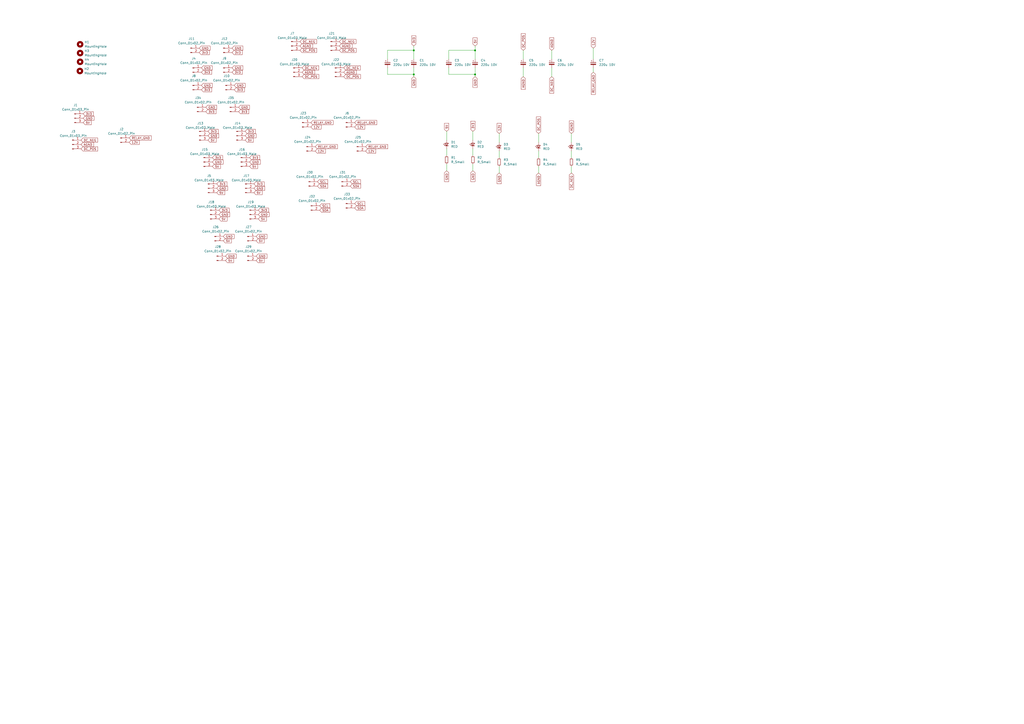
<source format=kicad_sch>
(kicad_sch (version 20231120) (generator "eeschema") (generator_version "8.0")
  (paper "A2")
  (lib_symbols
    (symbol "Connector:Conn_01x02_Pin" (pin_names (offset 1.016) hide)
      (property "Reference" "J" (at 0 2.54 0))
      (property "Value" "Conn_01x02_Pin" (at 0 -5.08 0))
      (symbol "Conn_01x02_Pin_1_1"
        (polyline (pts (xy 1.27 -2.54) (xy 0.8636 -2.54)) (stroke (width 0.1524)))
        (polyline (pts (xy 1.27 0) (xy 0.8636 0)) (stroke (width 0.1524)))
        (rectangle (start 0.8636 -2.413) (end 0 -2.667) (stroke (width 0.1524)) (fill (type outline)))
        (rectangle (start 0.8636 0.127) (end 0 -0.127) (stroke (width 0.1524)) (fill (type outline)))
        (pin passive line (at 5.08 0 180) (length 3.81) (name "Pin_1") (number "1"))
        (pin passive line (at 5.08 -2.54 180) (length 3.81) (name "Pin_2") (number "2"))
      )
    )
    (symbol "Connector:Conn_01x03_Male" (pin_names (offset 1.016) hide)
      (property "Reference" "J" (at 0 5.08 0))
      (property "Value" "Conn_01x03_Male" (at 0 -5.08 0))
      (symbol "Conn_01x03_Male_1_1"
        (polyline (pts (xy 1.27 -2.54) (xy 0.8636 -2.54)) (stroke (width 0.1524)))
        (polyline (pts (xy 1.27 0) (xy 0.8636 0)) (stroke (width 0.1524)))
        (polyline (pts (xy 1.27 2.54) (xy 0.8636 2.54)) (stroke (width 0.1524)))
        (rectangle (start 0.8636 -2.413) (end 0 -2.667) (stroke (width 0.1524)) (fill (type outline)))
        (rectangle (start 0.8636 0.127) (end 0 -0.127) (stroke (width 0.1524)) (fill (type outline)))
        (rectangle (start 0.8636 2.667) (end 0 2.413) (stroke (width 0.1524)) (fill (type outline)))
        (pin passive line (at 5.08 2.54 180) (length 3.81) (name "Pin_1") (number "1"))
        (pin passive line (at 5.08 0 180) (length 3.81) (name "Pin_2") (number "2"))
        (pin passive line (at 5.08 -2.54 180) (length 3.81) (name "Pin_3") (number "3"))
      )
    )
    (symbol "Connector:Conn_01x03_Pin" (pin_names (offset 1.016) hide)
      (property "Reference" "J" (at 0 5.08 0))
      (property "Value" "Conn_01x03_Pin" (at 0 -5.08 0))
      (symbol "Conn_01x03_Pin_1_1"
        (polyline (pts (xy 1.27 -2.54) (xy 0.8636 -2.54)) (stroke (width 0.1524)))
        (polyline (pts (xy 1.27 0) (xy 0.8636 0)) (stroke (width 0.1524)))
        (polyline (pts (xy 1.27 2.54) (xy 0.8636 2.54)) (stroke (width 0.1524)))
        (rectangle (start 0.8636 -2.413) (end 0 -2.667) (stroke (width 0.1524)) (fill (type outline)))
        (rectangle (start 0.8636 0.127) (end 0 -0.127) (stroke (width 0.1524)) (fill (type outline)))
        (rectangle (start 0.8636 2.667) (end 0 2.413) (stroke (width 0.1524)) (fill (type outline)))
        (pin passive line (at 5.08 2.54 180) (length 3.81) (name "Pin_1") (number "1"))
        (pin passive line (at 5.08 0 180) (length 3.81) (name "Pin_2") (number "2"))
        (pin passive line (at 5.08 -2.54 180) (length 3.81) (name "Pin_3") (number "3"))
      )
    )
    (symbol "Device:C_Polarized_Small" (pin_numbers hide) (pin_names (offset 0.254) hide)
      (property "Reference" "C" (at 0.254 1.778 0))
      (property "Value" "C_Polarized_Small" (at 0.254 -2.032 0))
      (symbol "C_Polarized_Small_0_1"
        (rectangle (start -1.524 -0.3048) (end 1.524 -0.6858) (fill (type outline)))
        (rectangle (start -1.524 0.6858) (end 1.524 0.3048))
        (polyline (pts (xy -1.27 1.524) (xy -0.762 1.524)))
        (polyline (pts (xy -1.016 1.27) (xy -1.016 1.778)))
      )
      (symbol "C_Polarized_Small_1_1"
        (pin passive line (at 0 2.54 270) (length 1.8542) (name "~") (number "1"))
        (pin passive line (at 0 -2.54 90) (length 1.8542) (name "~") (number "2"))
      )
    )
    (symbol "Device:LED_Small" (pin_numbers hide) (pin_names (offset 0.254) hide)
      (property "Reference" "D" (at -1.27 3.175 0))
      (property "Value" "LED_Small" (at -4.445 -2.54 0))
      (symbol "LED_Small_0_1"
        (polyline (pts (xy -0.762 -1.016) (xy -0.762 1.016)) (stroke (width 0.254)))
        (polyline (pts (xy 1.016 0) (xy -0.762 0)))
        (polyline (pts (xy 0.762 -1.016) (xy -0.762 0) (xy 0.762 1.016) (xy 0.762 -1.016)) (stroke (width 0.254)))
        (polyline (pts (xy 0 0.762) (xy -0.508 1.27) (xy -0.254 1.27) (xy -0.508 1.27) (xy -0.508 1.016)))
        (polyline (pts (xy 0.508 1.27) (xy 0 1.778) (xy 0.254 1.778) (xy 0 1.778) (xy 0 1.524)))
      )
      (symbol "LED_Small_1_1"
        (pin passive line (at -2.54 0 0) (length 1.778) (name "K") (number "1"))
        (pin passive line (at 2.54 0 180) (length 1.778) (name "A") (number "2"))
      )
    )
    (symbol "Device:R_Small" (pin_numbers hide) (pin_names (offset 0.254) hide)
      (property "Reference" "R" (at 0.762 0.508 0))
      (property "Value" "R_Small" (at 0.762 -1.016 0))
      (symbol "R_Small_0_1"
        (rectangle (start -0.762 1.778) (end 0.762 -1.778) (stroke (width 0.2032)))
      )
      (symbol "R_Small_1_1"
        (pin passive line (at 0 2.54 270) (length 0.762) (name "~") (number "1"))
        (pin passive line (at 0 -2.54 90) (length 0.762) (name "~") (number "2"))
      )
    )
    (symbol "Mechanical:MountingHole" (pin_names (offset 1.016))
      (property "Reference" "H" (at 0 5.08 0))
      (property "Value" "MountingHole" (at 0 3.175 0))
      (symbol "MountingHole_0_1"
        (circle (center 0 0) (radius 1.27) (stroke (width 1.27)))
      )
    )
  )
  (junction (at 275.59 43.18))
  (junction (at 240.03 29.21))
  (junction (at 240.03 43.18))
  (junction (at 275.59 29.21))
  (wire (pts (xy 331.47 77.47) (xy 331.47 82.55)))
  (wire (pts (xy 224.79 34.29) (xy 224.79 29.21)))
  (wire (pts (xy 274.32 99.06) (xy 274.32 95.25)))
  (wire (pts (xy 224.79 39.37) (xy 224.79 43.18)))
  (wire (pts (xy 320.04 29.21) (xy 320.04 34.29)))
  (wire (pts (xy 344.17 41.91) (xy 344.17 39.37)))
  (wire (pts (xy 289.56 77.47) (xy 289.56 82.55)))
  (wire (pts (xy 312.42 100.33) (xy 312.42 96.52)))
  (wire (pts (xy 259.08 76.2) (xy 259.08 81.28)))
  (wire (pts (xy 320.04 44.45) (xy 320.04 39.37)))
  (wire (pts (xy 275.59 26.67) (xy 275.59 29.21)))
  (wire (pts (xy 240.03 43.18) (xy 240.03 39.37)))
  (wire (pts (xy 331.47 91.44) (xy 331.47 87.63)))
  (wire (pts (xy 331.47 100.33) (xy 331.47 96.52)))
  (wire (pts (xy 289.56 100.33) (xy 289.56 96.52)))
  (wire (pts (xy 240.03 29.21) (xy 240.03 34.29)))
  (wire (pts (xy 275.59 44.45) (xy 275.59 43.18)))
  (wire (pts (xy 240.03 26.67) (xy 240.03 29.21)))
  (wire (pts (xy 260.35 39.37) (xy 260.35 43.18)))
  (wire (pts (xy 240.03 44.45) (xy 240.03 43.18)))
  (wire (pts (xy 260.35 43.18) (xy 275.59 43.18)))
  (wire (pts (xy 289.56 91.44) (xy 289.56 87.63)))
  (wire (pts (xy 312.42 77.47) (xy 312.42 82.55)))
  (wire (pts (xy 224.79 29.21) (xy 240.03 29.21)))
  (wire (pts (xy 260.35 34.29) (xy 260.35 29.21)))
  (wire (pts (xy 259.08 99.06) (xy 259.08 95.25)))
  (wire (pts (xy 312.42 91.44) (xy 312.42 87.63)))
  (wire (pts (xy 344.17 27.94) (xy 344.17 34.29)))
  (wire (pts (xy 274.32 90.17) (xy 274.32 86.36)))
  (wire (pts (xy 303.53 29.21) (xy 303.53 34.29)))
  (wire (pts (xy 275.59 43.18) (xy 275.59 39.37)))
  (wire (pts (xy 303.53 44.45) (xy 303.53 39.37)))
  (wire (pts (xy 275.59 29.21) (xy 275.59 34.29)))
  (wire (pts (xy 274.32 76.2) (xy 274.32 81.28)))
  (wire (pts (xy 260.35 29.21) (xy 275.59 29.21)))
  (wire (pts (xy 224.79 43.18) (xy 240.03 43.18)))
  (wire (pts (xy 259.08 90.17) (xy 259.08 86.36)))
  (global_label "DC_POS" (shape input) (at 303.53 29.21 90) (property "Intersheetrefs" "${INTERSHEET_REFS}" (effects (hide yes))))
  (global_label "GND" (shape input) (at 130.81 148.59 0) (property "Intersheetrefs" "${INTERSHEET_REFS}" (effects (hide yes))))
  (global_label "GND" (shape input) (at 148.59 148.59 0) (property "Intersheetrefs" "${INTERSHEET_REFS}" (effects (hide yes))))
  (global_label "DC_NEG" (shape input) (at 320.04 44.45 270) (property "Intersheetrefs" "${INTERSHEET_REFS}" (effects (hide yes))))
  (global_label "3V3" (shape input) (at 134.62 30.48 0) (property "Intersheetrefs" "${INTERSHEET_REFS}" (effects (hide yes))))
  (global_label "GND" (shape input) (at 134.62 39.37 0) (property "Intersheetrefs" "${INTERSHEET_REFS}" (effects (hide yes))))
  (global_label "RELAY_GND" (shape input) (at 180.34 71.12 0) (property "Intersheetrefs" "${INTERSHEET_REFS}" (effects (hide yes))))
  (global_label "GND" (shape input) (at 135.89 49.53 0) (property "Intersheetrefs" "${INTERSHEET_REFS}" (effects (hide yes))))
  (global_label "AGND" (shape input) (at 175.26 41.91 0) (property "Intersheetrefs" "${INTERSHEET_REFS}" (effects (hide yes))))
  (global_label "GND" (shape input) (at 48.26 68.58 0) (property "Intersheetrefs" "${INTERSHEET_REFS}" (effects (hide yes))))
  (global_label "5V" (shape input) (at 125.73 111.76 0) (property "Intersheetrefs" "${INTERSHEET_REFS}" (effects (hide yes))))
  (global_label "DC_POS" (shape input) (at 199.39 44.45 0) (property "Intersheetrefs" "${INTERSHEET_REFS}" (effects (hide yes))))
  (global_label "12V" (shape input) (at 289.56 77.47 90) (property "Intersheetrefs" "${INTERSHEET_REFS}" (effects (hide yes))))
  (global_label "3V3" (shape input) (at 116.84 41.91 0) (property "Intersheetrefs" "${INTERSHEET_REFS}" (effects (hide yes))))
  (global_label "5V" (shape input) (at 123.19 96.52 0) (property "Intersheetrefs" "${INTERSHEET_REFS}" (effects (hide yes))))
  (global_label "12V" (shape input) (at 180.34 73.66 0) (property "Intersheetrefs" "${INTERSHEET_REFS}" (effects (hide yes))))
  (global_label "DC_POS" (shape input) (at 46.99 86.36 0) (property "Intersheetrefs" "${INTERSHEET_REFS}" (effects (hide yes))))
  (global_label "3V3" (shape input) (at 120.65 76.2 0) (property "Intersheetrefs" "${INTERSHEET_REFS}" (effects (hide yes))))
  (global_label "RELAY_GND" (shape input) (at 182.88 85.09 0) (property "Intersheetrefs" "${INTERSHEET_REFS}" (effects (hide yes))))
  (global_label "AGND" (shape input) (at 199.39 41.91 0) (property "Intersheetrefs" "${INTERSHEET_REFS}" (effects (hide yes))))
  (global_label "AGND" (shape input) (at 320.04 29.21 90) (property "Intersheetrefs" "${INTERSHEET_REFS}" (effects (hide yes))))
  (global_label "GND" (shape input) (at 289.56 100.33 270) (property "Intersheetrefs" "${INTERSHEET_REFS}" (effects (hide yes))))
  (global_label "5V" (shape input) (at 144.78 96.52 0) (property "Intersheetrefs" "${INTERSHEET_REFS}" (effects (hide yes))))
  (global_label "DC_NEG" (shape input) (at 196.85 24.13 0) (property "Intersheetrefs" "${INTERSHEET_REFS}" (effects (hide yes))))
  (global_label "3V3" (shape input) (at 240.03 26.67 90) (property "Intersheetrefs" "${INTERSHEET_REFS}" (effects (hide yes))))
  (global_label "AGND" (shape input) (at 173.99 26.67 0) (property "Intersheetrefs" "${INTERSHEET_REFS}" (effects (hide yes))))
  (global_label "GND" (shape input) (at 115.57 27.94 0) (property "Intersheetrefs" "${INTERSHEET_REFS}" (effects (hide yes))))
  (global_label "DC_NEG" (shape input) (at 331.47 100.33 270) (property "Intersheetrefs" "${INTERSHEET_REFS}" (effects (hide yes))))
  (global_label "5V" (shape input) (at 275.59 26.67 90) (property "Intersheetrefs" "${INTERSHEET_REFS}" (effects (hide yes))))
  (global_label "SDA" (shape input) (at 185.42 121.92 0) (property "Intersheetrefs" "${INTERSHEET_REFS}" (effects (hide yes))))
  (global_label "GND" (shape input) (at 275.59 44.45 270) (property "Intersheetrefs" "${INTERSHEET_REFS}" (effects (hide yes))))
  (global_label "AGND" (shape input) (at 331.47 77.47 90) (property "Intersheetrefs" "${INTERSHEET_REFS}" (effects (hide yes))))
  (global_label "5V" (shape input) (at 130.81 151.13 0) (property "Intersheetrefs" "${INTERSHEET_REFS}" (effects (hide yes))))
  (global_label "3V3" (shape input) (at 116.84 52.07 0) (property "Intersheetrefs" "${INTERSHEET_REFS}" (effects (hide yes))))
  (global_label "3V3" (shape input) (at 135.89 52.07 0) (property "Intersheetrefs" "${INTERSHEET_REFS}" (effects (hide yes))))
  (global_label "DC_POS" (shape input) (at 175.26 44.45 0) (property "Intersheetrefs" "${INTERSHEET_REFS}" (effects (hide yes))))
  (global_label "SDA" (shape input) (at 203.2 107.95 0) (property "Intersheetrefs" "${INTERSHEET_REFS}" (effects (hide yes))))
  (global_label "12V" (shape input) (at 74.93 82.55 0) (property "Intersheetrefs" "${INTERSHEET_REFS}" (effects (hide yes))))
  (global_label "DC_NEG" (shape input) (at 173.99 24.13 0) (property "Intersheetrefs" "${INTERSHEET_REFS}" (effects (hide yes))))
  (global_label "GND" (shape input) (at 274.32 99.06 270) (property "Intersheetrefs" "${INTERSHEET_REFS}" (effects (hide yes))))
  (global_label "GND" (shape input) (at 119.38 62.23 0) (property "Intersheetrefs" "${INTERSHEET_REFS}" (effects (hide yes))))
  (global_label "3V3" (shape input) (at 274.32 76.2 90) (property "Intersheetrefs" "${INTERSHEET_REFS}" (effects (hide yes))))
  (global_label "3V3" (shape input) (at 142.24 76.2 0) (property "Intersheetrefs" "${INTERSHEET_REFS}" (effects (hide yes))))
  (global_label "GND" (shape input) (at 116.84 39.37 0) (property "Intersheetrefs" "${INTERSHEET_REFS}" (effects (hide yes))))
  (global_label "SDA" (shape input) (at 184.15 107.95 0) (property "Intersheetrefs" "${INTERSHEET_REFS}" (effects (hide yes))))
  (global_label "5V" (shape input) (at 142.24 81.28 0) (property "Intersheetrefs" "${INTERSHEET_REFS}" (effects (hide yes))))
  (global_label "SCL" (shape input) (at 185.42 119.38 0) (property "Intersheetrefs" "${INTERSHEET_REFS}" (effects (hide yes))))
  (global_label "12V" (shape input) (at 205.74 73.66 0) (property "Intersheetrefs" "${INTERSHEET_REFS}" (effects (hide yes))))
  (global_label "GND" (shape input) (at 129.54 137.16 0) (property "Intersheetrefs" "${INTERSHEET_REFS}" (effects (hide yes))))
  (global_label "GND" (shape input) (at 142.24 78.74 0) (property "Intersheetrefs" "${INTERSHEET_REFS}" (effects (hide yes))))
  (global_label "GND" (shape input) (at 144.78 93.98 0) (property "Intersheetrefs" "${INTERSHEET_REFS}" (effects (hide yes))))
  (global_label "RELAY_GND" (shape input) (at 74.93 80.01 0) (property "Intersheetrefs" "${INTERSHEET_REFS}" (effects (hide yes))))
  (global_label "SCL" (shape input) (at 184.15 105.41 0) (property "Intersheetrefs" "${INTERSHEET_REFS}" (effects (hide yes))))
  (global_label "GND" (shape input) (at 123.19 93.98 0) (property "Intersheetrefs" "${INTERSHEET_REFS}" (effects (hide yes))))
  (global_label "GND" (shape input) (at 259.08 99.06 270) (property "Intersheetrefs" "${INTERSHEET_REFS}" (effects (hide yes))))
  (global_label "3V3" (shape input) (at 119.38 64.77 0) (property "Intersheetrefs" "${INTERSHEET_REFS}" (effects (hide yes))))
  (global_label "GND" (shape input) (at 240.03 44.45 270) (property "Intersheetrefs" "${INTERSHEET_REFS}" (effects (hide yes))))
  (global_label "3V3" (shape input) (at 144.78 91.44 0) (property "Intersheetrefs" "${INTERSHEET_REFS}" (effects (hide yes))))
  (global_label "5V" (shape input) (at 259.08 76.2 90) (property "Intersheetrefs" "${INTERSHEET_REFS}" (effects (hide yes))))
  (global_label "5V" (shape input) (at 120.65 81.28 0) (property "Intersheetrefs" "${INTERSHEET_REFS}" (effects (hide yes))))
  (global_label "5V" (shape input) (at 129.54 139.7 0) (property "Intersheetrefs" "${INTERSHEET_REFS}" (effects (hide yes))))
  (global_label "5V" (shape input) (at 127 127 0) (property "Intersheetrefs" "${INTERSHEET_REFS}" (effects (hide yes))))
  (global_label "DC_POS" (shape input) (at 196.85 29.21 0) (property "Intersheetrefs" "${INTERSHEET_REFS}" (effects (hide yes))))
  (global_label "3V3" (shape input) (at 147.32 106.68 0) (property "Intersheetrefs" "${INTERSHEET_REFS}" (effects (hide yes))))
  (global_label "DC_NEG" (shape input) (at 175.26 39.37 0) (property "Intersheetrefs" "${INTERSHEET_REFS}" (effects (hide yes))))
  (global_label "GND" (shape input) (at 120.65 78.74 0) (property "Intersheetrefs" "${INTERSHEET_REFS}" (effects (hide yes))))
  (global_label "3V3" (shape input) (at 127 121.92 0) (property "Intersheetrefs" "${INTERSHEET_REFS}" (effects (hide yes))))
  (global_label "AGND" (shape input) (at 303.53 44.45 270) (property "Intersheetrefs" "${INTERSHEET_REFS}" (effects (hide yes))))
  (global_label "AGND" (shape input) (at 46.99 83.82 0) (property "Intersheetrefs" "${INTERSHEET_REFS}" (effects (hide yes))))
  (global_label "3V3" (shape input) (at 48.26 66.04 0) (property "Intersheetrefs" "${INTERSHEET_REFS}" (effects (hide yes))))
  (global_label "12V" (shape input) (at 212.09 87.63 0) (property "Intersheetrefs" "${INTERSHEET_REFS}" (effects (hide yes))))
  (global_label "RELAY_GND" (shape input) (at 344.17 41.91 270) (property "Intersheetrefs" "${INTERSHEET_REFS}" (effects (hide yes))))
  (global_label "GND" (shape input) (at 116.84 49.53 0) (property "Intersheetrefs" "${INTERSHEET_REFS}" (effects (hide yes))))
  (global_label "DC_POS" (shape input) (at 312.42 77.47 90) (property "Intersheetrefs" "${INTERSHEET_REFS}" (effects (hide yes))))
  (global_label "3V3" (shape input) (at 138.43 64.77 0) (property "Intersheetrefs" "${INTERSHEET_REFS}" (effects (hide yes))))
  (global_label "RELAY_GND" (shape input) (at 212.09 85.09 0) (property "Intersheetrefs" "${INTERSHEET_REFS}" (effects (hide yes))))
  (global_label "GND" (shape input) (at 147.32 109.22 0) (property "Intersheetrefs" "${INTERSHEET_REFS}" (effects (hide yes))))
  (global_label "5V" (shape input) (at 148.59 151.13 0) (property "Intersheetrefs" "${INTERSHEET_REFS}" (effects (hide yes))))
  (global_label "SDA" (shape input) (at 205.74 120.65 0) (property "Intersheetrefs" "${INTERSHEET_REFS}" (effects (hide yes))))
  (global_label "DC_POS" (shape input) (at 173.99 29.21 0) (property "Intersheetrefs" "${INTERSHEET_REFS}" (effects (hide yes))))
  (global_label "GND" (shape input) (at 138.43 62.23 0) (property "Intersheetrefs" "${INTERSHEET_REFS}" (effects (hide yes))))
  (global_label "GND" (shape input) (at 134.62 27.94 0) (property "Intersheetrefs" "${INTERSHEET_REFS}" (effects (hide yes))))
  (global_label "GND" (shape input) (at 148.59 137.16 0) (property "Intersheetrefs" "${INTERSHEET_REFS}" (effects (hide yes))))
  (global_label "3V3" (shape input) (at 123.19 91.44 0) (property "Intersheetrefs" "${INTERSHEET_REFS}" (effects (hide yes))))
  (global_label "3V3" (shape input) (at 115.57 30.48 0) (property "Intersheetrefs" "${INTERSHEET_REFS}" (effects (hide yes))))
  (global_label "GND" (shape input) (at 149.86 124.46 0) (property "Intersheetrefs" "${INTERSHEET_REFS}" (effects (hide yes))))
  (global_label "3V3" (shape input) (at 134.62 41.91 0) (property "Intersheetrefs" "${INTERSHEET_REFS}" (effects (hide yes))))
  (global_label "GND" (shape input) (at 127 124.46 0) (property "Intersheetrefs" "${INTERSHEET_REFS}" (effects (hide yes))))
  (global_label "DC_NEG" (shape input) (at 46.99 81.28 0) (property "Intersheetrefs" "${INTERSHEET_REFS}" (effects (hide yes))))
  (global_label "AGND" (shape input) (at 312.42 100.33 270) (property "Intersheetrefs" "${INTERSHEET_REFS}" (effects (hide yes))))
  (global_label "DC_NEG" (shape input) (at 199.39 39.37 0) (property "Intersheetrefs" "${INTERSHEET_REFS}" (effects (hide yes))))
  (global_label "5V" (shape input) (at 149.86 127 0) (property "Intersheetrefs" "${INTERSHEET_REFS}" (effects (hide yes))))
  (global_label "12V" (shape input) (at 344.17 27.94 90) (property "Intersheetrefs" "${INTERSHEET_REFS}" (effects (hide yes))))
  (global_label "SCL" (shape input) (at 205.74 118.11 0) (property "Intersheetrefs" "${INTERSHEET_REFS}" (effects (hide yes))))
  (global_label "RELAY_GND" (shape input) (at 205.74 71.12 0) (property "Intersheetrefs" "${INTERSHEET_REFS}" (effects (hide yes))))
  (global_label "5V" (shape input) (at 48.26 71.12 0) (property "Intersheetrefs" "${INTERSHEET_REFS}" (effects (hide yes))))
  (global_label "3V3" (shape input) (at 149.86 121.92 0) (property "Intersheetrefs" "${INTERSHEET_REFS}" (effects (hide yes))))
  (global_label "5V" (shape input) (at 147.32 111.76 0) (property "Intersheetrefs" "${INTERSHEET_REFS}" (effects (hide yes))))
  (global_label "3V3" (shape input) (at 125.73 106.68 0) (property "Intersheetrefs" "${INTERSHEET_REFS}" (effects (hide yes))))
  (global_label "12V" (shape input) (at 182.88 87.63 0) (property "Intersheetrefs" "${INTERSHEET_REFS}" (effects (hide yes))))
  (global_label "5V" (shape input) (at 148.59 139.7 0) (property "Intersheetrefs" "${INTERSHEET_REFS}" (effects (hide yes))))
  (global_label "AGND" (shape input) (at 196.85 26.67 0) (property "Intersheetrefs" "${INTERSHEET_REFS}" (effects (hide yes))))
  (global_label "SCL" (shape input) (at 203.2 105.41 0) (property "Intersheetrefs" "${INTERSHEET_REFS}" (effects (hide yes))))
  (global_label "GND" (shape input) (at 125.73 109.22 0) (property "Intersheetrefs" "${INTERSHEET_REFS}" (effects (hide yes))))
  (symbol (lib_id "Connector:Conn_01x03_Male") (at 144.78 124.46 0) (unit 1)
    (property "Reference" "J19" (at 145.415 117.221 0))
    (property "Value" "Conn_01x03_Male" (at 145.415 119.761 0))
    (property "Footprint" "Connector_JST:JST_PH_B3B-PH-K_1x03_P2.00mm_Vertical" (effects (hide yes)))
  )
  (symbol (lib_id "Connector:Conn_01x02_Pin") (at 175.26 71.12 0) (unit 1)
    (property "Reference" "J23" (at 175.895 65.659 0))
    (property "Value" "Conn_01x02_Pin" (at 175.895 68.199 0))
    (property "Footprint" "Connector_JST:JST_PH_B2B-PH-K_1x02_P2.00mm_Vertical" (effects (hide yes)))
  )
  (symbol (lib_id "Device:LED_Small") (at 312.42 85.09 90) (unit 1)
    (property "Reference" "D4" (at 314.96 83.7564 90) (effects (justify right)))
    (property "Value" "RED" (at 314.96 86.2964 90) (effects (justify right)))
    (property "Footprint" "LED_SMD:LED_0805_2012Metric_Pad1.15x1.40mm_HandSolder" (effects (hide yes)))
    (property "Description" "Light emitting diode, small symbol" (effects (hide yes)))
  )
  (symbol (lib_id "Connector:Conn_01x02_Pin") (at 180.34 119.38 0) (unit 1)
    (property "Reference" "J32" (at 180.975 113.919 0))
    (property "Value" "Conn_01x02_Pin" (at 180.975 116.459 0))
    (property "Footprint" "Connector_JST:JST_PH_B2B-PH-K_1x02_P2.00mm_Vertical" (effects (hide yes)))
  )
  (symbol (lib_id "Mechanical:MountingHole") (at 46.4745 35.8604 0) (unit 1)
    (property "Reference" "H4" (at 49.0145 34.5903 0) (effects (justify left)))
    (property "Value" "MountingHole" (at 49.0145 37.1303 0) (effects (justify left)))
    (property "Footprint" "MountingHole:MountingHole_3.2mm_M3_DIN965_Pad_TopOnly" (effects (hide yes)))
  )
  (symbol (lib_id "Connector:Conn_01x02_Pin") (at 200.66 71.12 0) (unit 1)
    (property "Reference" "J6" (at 201.295 65.659 0))
    (property "Value" "Conn_01x02_Pin" (at 201.295 68.199 0))
    (property "Footprint" "Connector_JST:JST_PH_B2B-PH-K_1x02_P2.00mm_Vertical" (effects (hide yes)))
  )
  (symbol (lib_id "Connector:Conn_01x03_Male") (at 118.11 93.98 0) (unit 1)
    (property "Reference" "J15" (at 118.745 86.741 0))
    (property "Value" "Conn_01x03_Male" (at 118.745 89.281 0))
    (property "Footprint" "Connector_JST:JST_PH_B3B-PH-K_1x03_P2.00mm_Vertical" (effects (hide yes)))
  )
  (symbol (lib_id "Connector:Conn_01x03_Male") (at 191.77 26.67 0) (unit 1)
    (property "Reference" "J21" (at 192.405 19.431 0))
    (property "Value" "Conn_01x03_Male" (at 192.405 21.971 0))
    (property "Footprint" "Connector_JST:JST_PH_B3B-PH-K_1x03_P2.00mm_Vertical" (effects (hide yes)))
  )
  (symbol (lib_id "Device:R_Small") (at 312.42 93.98 0) (unit 1)
    (property "Reference" "R4" (at 314.96 92.7099 0) (effects (justify left)))
    (property "Value" "R_Small" (at 314.96 95.2499 0) (effects (justify left)))
    (property "Footprint" "Resistor_SMD:R_0603_1608Metric_Pad0.98x0.95mm_HandSolder" (effects (hide yes)))
    (property "Description" "Resistor, small symbol" (effects (hide yes)))
  )
  (symbol (lib_id "Connector:Conn_01x03_Pin") (at 43.18 68.58 0) (unit 1)
    (property "Reference" "J1" (at 43.815 60.96 0))
    (property "Value" "Conn_01x03_Pin" (at 43.815 63.5 0))
    (property "Footprint" "Connector_JST:JST_PH_B3B-PH-K_1x03_P2.00mm_Vertical" (effects (hide yes)))
    (property "Description" "Generic connector, single row, 01x03, script generated" (effects (hide yes)))
  )
  (symbol (lib_id "Connector:Conn_01x02_Pin") (at 129.54 27.94 0) (unit 1)
    (property "Reference" "J12" (at 130.175 22.479 0))
    (property "Value" "Conn_01x02_Pin" (at 130.175 25.019 0))
    (property "Footprint" "Connector_JST:JST_PH_B2B-PH-K_1x02_P2.00mm_Vertical" (effects (hide yes)))
  )
  (symbol (lib_id "Connector:Conn_01x02_Pin") (at 69.85 80.01 0) (unit 1)
    (property "Reference" "J2" (at 70.485 74.93 0))
    (property "Value" "Conn_01x02_Pin" (at 70.485 77.47 0))
    (property "Footprint" "Connector_JST:JST_PH_B2B-PH-K_1x02_P2.00mm_Vertical" (effects (hide yes)))
    (property "Description" "Generic connector, single row, 01x02, script generated" (effects (hide yes)))
  )
  (symbol (lib_id "Device:R_Small") (at 331.47 93.98 0) (unit 1)
    (property "Reference" "R5" (at 334.01 92.7099 0) (effects (justify left)))
    (property "Value" "R_Small" (at 334.01 95.2499 0) (effects (justify left)))
    (property "Footprint" "Resistor_SMD:R_0603_1608Metric_Pad0.98x0.95mm_HandSolder" (effects (hide yes)))
    (property "Description" "Resistor, small symbol" (effects (hide yes)))
  )
  (symbol (lib_id "Connector:Conn_01x02_Pin") (at 129.54 39.37 0) (unit 1)
    (property "Reference" "J9" (at 130.175 33.909 0))
    (property "Value" "Conn_01x02_Pin" (at 130.175 36.449 0))
    (property "Footprint" "Connector_JST:JST_PH_B2B-PH-K_1x02_P2.00mm_Vertical" (effects (hide yes)))
  )
  (symbol (lib_id "Connector:Conn_01x02_Pin") (at 130.81 49.53 0) (unit 1)
    (property "Reference" "J10" (at 131.445 44.069 0))
    (property "Value" "Conn_01x02_Pin" (at 131.445 46.609 0))
    (property "Footprint" "Connector_JST:JST_PH_B2B-PH-K_1x02_P2.00mm_Vertical" (effects (hide yes)))
  )
  (symbol (lib_id "Connector:Conn_01x03_Male") (at 139.7 93.98 0) (unit 1)
    (property "Reference" "J16" (at 140.335 86.741 0))
    (property "Value" "Conn_01x03_Male" (at 140.335 89.281 0))
    (property "Footprint" "Connector_JST:JST_PH_B3B-PH-K_1x03_P2.00mm_Vertical" (effects (hide yes)))
  )
  (symbol (lib_id "Connector:Conn_01x02_Pin") (at 177.8 85.09 0) (unit 1)
    (property "Reference" "J24" (at 178.435 79.629 0))
    (property "Value" "Conn_01x02_Pin" (at 178.435 82.169 0))
    (property "Footprint" "Connector_JST:JST_PH_B2B-PH-K_1x02_P2.00mm_Vertical" (effects (hide yes)))
  )
  (symbol (lib_id "Connector:Conn_01x02_Pin") (at 179.07 105.41 0) (unit 1)
    (property "Reference" "J30" (at 179.705 99.949 0))
    (property "Value" "Conn_01x02_Pin" (at 179.705 102.489 0))
    (property "Footprint" "Connector_JST:JST_PH_B2B-PH-K_1x02_P2.00mm_Vertical" (effects (hide yes)))
  )
  (symbol (lib_id "Connector:Conn_01x02_Pin") (at 198.12 105.41 0) (unit 1)
    (property "Reference" "J31" (at 198.755 99.949 0))
    (property "Value" "Conn_01x02_Pin" (at 198.755 102.489 0))
    (property "Footprint" "Connector_JST:JST_PH_B2B-PH-K_1x02_P2.00mm_Vertical" (effects (hide yes)))
  )
  (symbol (lib_id "Device:C_Polarized_Small") (at 260.35 36.83 0) (unit 1)
    (property "Reference" "C3" (at 263.652 35.0138 0) (effects (justify left)))
    (property "Value" "220u 10V" (at 263.652 37.5538 0) (effects (justify left)))
    (property "Footprint" "Capacitor_THT:CP_Radial_D10.0mm_P2.50mm_P5.00mm" (effects (hide yes)))
  )
  (symbol (lib_id "Device:R_Small") (at 259.08 92.71 0) (unit 1)
    (property "Reference" "R1" (at 261.62 91.4399 0) (effects (justify left)))
    (property "Value" "R_Small" (at 261.62 93.9799 0) (effects (justify left)))
    (property "Footprint" "Resistor_SMD:R_0603_1608Metric_Pad0.98x0.95mm_HandSolder" (effects (hide yes)))
    (property "Description" "Resistor, small symbol" (effects (hide yes)))
  )
  (symbol (lib_id "Connector:Conn_01x03_Pin") (at 41.91 83.82 0) (unit 1)
    (property "Reference" "J3" (at 42.545 76.2 0))
    (property "Value" "Conn_01x03_Pin" (at 42.545 78.74 0))
    (property "Footprint" "Connector_JST:JST_PH_B3B-PH-K_1x03_P2.00mm_Vertical" (effects (hide yes)))
    (property "Description" "Generic connector, single row, 01x03, script generated" (effects (hide yes)))
  )
  (symbol (lib_id "Device:C_Polarized_Small") (at 224.79 36.83 0) (unit 1)
    (property "Reference" "C2" (at 228.092 35.0138 0) (effects (justify left)))
    (property "Value" "220u 10V" (at 228.092 37.5538 0) (effects (justify left)))
    (property "Footprint" "Capacitor_THT:CP_Radial_D10.0mm_P2.50mm_P5.00mm" (effects (hide yes)))
  )
  (symbol (lib_id "Connector:Conn_01x03_Male") (at 194.31 41.91 0) (unit 1)
    (property "Reference" "J22" (at 194.945 34.671 0))
    (property "Value" "Conn_01x03_Male" (at 194.945 37.211 0))
    (property "Footprint" "Connector_JST:JST_PH_B3B-PH-K_1x03_P2.00mm_Vertical" (effects (hide yes)))
  )
  (symbol (lib_id "Connector:Conn_01x03_Male") (at 142.24 109.22 0) (unit 1)
    (property "Reference" "J17" (at 142.875 101.981 0))
    (property "Value" "Conn_01x03_Male" (at 142.875 104.521 0))
    (property "Footprint" "Connector_JST:JST_PH_B3B-PH-K_1x03_P2.00mm_Vertical" (effects (hide yes)))
  )
  (symbol (lib_id "Connector:Conn_01x03_Male") (at 168.91 26.67 0) (unit 1)
    (property "Reference" "J7" (at 169.545 19.431 0))
    (property "Value" "Conn_01x03_Male" (at 169.545 21.971 0))
    (property "Footprint" "Connector_JST:JST_PH_B3B-PH-K_1x03_P2.00mm_Vertical" (effects (hide yes)))
  )
  (symbol (lib_id "Device:C_Polarized_Small") (at 303.53 36.83 0) (unit 1)
    (property "Reference" "C5" (at 306.832 35.0138 0) (effects (justify left)))
    (property "Value" "220u 10V" (at 306.832 37.5538 0) (effects (justify left)))
    (property "Footprint" "Capacitor_THT:CP_Radial_D10.0mm_P2.50mm_P5.00mm" (effects (hide yes)))
  )
  (symbol (lib_id "Connector:Conn_01x02_Pin") (at 200.66 118.11 0) (unit 1)
    (property "Reference" "J33" (at 201.295 112.649 0))
    (property "Value" "Conn_01x02_Pin" (at 201.295 115.189 0))
    (property "Footprint" "Connector_JST:JST_PH_B2B-PH-K_1x02_P2.00mm_Vertical" (effects (hide yes)))
  )
  (symbol (lib_id "Device:LED_Small") (at 331.47 85.09 90) (unit 1)
    (property "Reference" "D5" (at 334.01 83.7564 90) (effects (justify right)))
    (property "Value" "RED" (at 334.01 86.2964 90) (effects (justify right)))
    (property "Footprint" "LED_SMD:LED_0805_2012Metric_Pad1.15x1.40mm_HandSolder" (effects (hide yes)))
    (property "Description" "Light emitting diode, small symbol" (effects (hide yes)))
  )
  (symbol (lib_id "Device:C_Polarized_Small") (at 320.04 36.83 0) (unit 1)
    (property "Reference" "C6" (at 323.342 35.0138 0) (effects (justify left)))
    (property "Value" "220u 10V" (at 323.342 37.5538 0) (effects (justify left)))
    (property "Footprint" "Capacitor_THT:CP_Radial_D10.0mm_P2.50mm_P5.00mm" (effects (hide yes)))
  )
  (symbol (lib_id "Connector:Conn_01x02_Pin") (at 114.3 62.23 0) (unit 1)
    (property "Reference" "J34" (at 114.935 56.769 0))
    (property "Value" "Conn_01x02_Pin" (at 114.935 59.309 0))
    (property "Footprint" "Connector_JST:JST_PH_B2B-PH-K_1x02_P2.00mm_Vertical" (effects (hide yes)))
  )
  (symbol (lib_id "Connector:Conn_01x02_Pin") (at 124.46 137.16 0) (unit 1)
    (property "Reference" "J26" (at 125.095 131.699 0))
    (property "Value" "Conn_01x02_Pin" (at 125.095 134.239 0))
    (property "Footprint" "Connector_JST:JST_PH_B2B-PH-K_1x02_P2.00mm_Vertical" (effects (hide yes)))
  )
  (symbol (lib_id "Device:C_Polarized_Small") (at 344.17 36.83 0) (unit 1)
    (property "Reference" "C7" (at 347.472 35.0138 0) (effects (justify left)))
    (property "Value" "220u 10V" (at 347.472 37.5538 0) (effects (justify left)))
    (property "Footprint" "Capacitor_THT:CP_Radial_D6.3mm_P2.50mm" (effects (hide yes)))
  )
  (symbol (lib_id "Connector:Conn_01x02_Pin") (at 143.51 137.16 0) (unit 1)
    (property "Reference" "J27" (at 144.145 131.699 0))
    (property "Value" "Conn_01x02_Pin" (at 144.145 134.239 0))
    (property "Footprint" "Connector_JST:JST_PH_B2B-PH-K_1x02_P2.00mm_Vertical" (effects (hide yes)))
  )
  (symbol (lib_id "Mechanical:MountingHole") (at 46.4745 30.7804 0) (unit 1)
    (property "Reference" "H3" (at 49.0145 29.5103 0) (effects (justify left)))
    (property "Value" "MountingHole" (at 49.0145 32.0503 0) (effects (justify left)))
    (property "Footprint" "MountingHole:MountingHole_3.2mm_M3_DIN965_Pad_TopOnly" (effects (hide yes)))
  )
  (symbol (lib_id "Connector:Conn_01x02_Pin") (at 111.76 39.37 0) (unit 1)
    (property "Reference" "J4" (at 112.395 33.909 0))
    (property "Value" "Conn_01x02_Pin" (at 112.395 36.449 0))
    (property "Footprint" "Connector_JST:JST_PH_B2B-PH-K_1x02_P2.00mm_Vertical" (effects (hide yes)))
  )
  (symbol (lib_id "Mechanical:MountingHole") (at 46.4745 25.7004 0) (unit 1)
    (property "Reference" "H1" (at 49.0145 24.4303 0) (effects (justify left)))
    (property "Value" "MountingHole" (at 49.0145 26.9703 0) (effects (justify left)))
    (property "Footprint" "MountingHole:MountingHole_3.2mm_M3_DIN965_Pad_TopOnly" (effects (hide yes)))
  )
  (symbol (lib_id "Device:C_Polarized_Small") (at 240.03 36.83 0) (unit 1)
    (property "Reference" "C1" (at 243.332 35.0138 0) (effects (justify left)))
    (property "Value" "220u 10V" (at 243.332 37.5538 0) (effects (justify left)))
    (property "Footprint" "Capacitor_THT:CP_Radial_D10.0mm_P2.50mm_P5.00mm" (effects (hide yes)))
  )
  (symbol (lib_id "Connector:Conn_01x02_Pin") (at 143.51 148.59 0) (unit 1)
    (property "Reference" "J29" (at 144.145 143.129 0))
    (property "Value" "Conn_01x02_Pin" (at 144.145 145.669 0))
    (property "Footprint" "Connector_JST:JST_PH_B2B-PH-K_1x02_P2.00mm_Vertical" (effects (hide yes)))
  )
  (symbol (lib_id "Device:R_Small") (at 274.32 92.71 0) (unit 1)
    (property "Reference" "R2" (at 276.86 91.4399 0) (effects (justify left)))
    (property "Value" "R_Small" (at 276.86 93.9799 0) (effects (justify left)))
    (property "Footprint" "Resistor_SMD:R_0603_1608Metric_Pad0.98x0.95mm_HandSolder" (effects (hide yes)))
    (property "Description" "Resistor, small symbol" (effects (hide yes)))
  )
  (symbol (lib_id "Connector:Conn_01x02_Pin") (at 110.49 27.94 0) (unit 1)
    (property "Reference" "J11" (at 111.125 22.479 0))
    (property "Value" "Conn_01x02_Pin" (at 111.125 25.019 0))
    (property "Footprint" "Connector_JST:JST_PH_B2B-PH-K_1x02_P2.00mm_Vertical" (effects (hide yes)))
  )
  (symbol (lib_id "Connector:Conn_01x02_Pin") (at 125.73 148.59 0) (unit 1)
    (property "Reference" "J28" (at 126.365 143.129 0))
    (property "Value" "Conn_01x02_Pin" (at 126.365 145.669 0))
    (property "Footprint" "Connector_JST:JST_PH_B2B-PH-K_1x02_P2.00mm_Vertical" (effects (hide yes)))
  )
  (symbol (lib_id "Device:LED_Small") (at 289.56 85.09 90) (unit 1)
    (property "Reference" "D3" (at 292.1 83.7564 90) (effects (justify right)))
    (property "Value" "RED" (at 292.1 86.2964 90) (effects (justify right)))
    (property "Footprint" "LED_SMD:LED_0805_2012Metric_Pad1.15x1.40mm_HandSolder" (effects (hide yes)))
    (property "Description" "Light emitting diode, small symbol" (effects (hide yes)))
  )
  (symbol (lib_id "Connector:Conn_01x03_Male") (at 170.18 41.91 0) (unit 1)
    (property "Reference" "J20" (at 170.815 34.671 0))
    (property "Value" "Conn_01x03_Male" (at 170.815 37.211 0))
    (property "Footprint" "Connector_JST:JST_PH_B3B-PH-K_1x03_P2.00mm_Vertical" (effects (hide yes)))
  )
  (symbol (lib_id "Connector:Conn_01x03_Male") (at 120.65 109.22 0) (unit 1)
    (property "Reference" "J5" (at 121.285 101.981 0))
    (property "Value" "Conn_01x03_Male" (at 121.285 104.521 0))
    (property "Footprint" "Connector_JST:JST_PH_B3B-PH-K_1x03_P2.00mm_Vertical" (effects (hide yes)))
  )
  (symbol (lib_id "Device:LED_Small") (at 259.08 83.82 90) (unit 1)
    (property "Reference" "D1" (at 261.62 82.4864 90) (effects (justify right)))
    (property "Value" "RED" (at 261.62 85.0264 90) (effects (justify right)))
    (property "Footprint" "LED_SMD:LED_0805_2012Metric_Pad1.15x1.40mm_HandSolder" (effects (hide yes)))
    (property "Description" "Light emitting diode, small symbol" (effects (hide yes)))
  )
  (symbol (lib_id "Connector:Conn_01x03_Male") (at 137.16 78.74 0) (unit 1)
    (property "Reference" "J14" (at 137.795 71.501 0))
    (property "Value" "Conn_01x03_Male" (at 137.795 74.041 0))
    (property "Footprint" "Connector_JST:JST_PH_B3B-PH-K_1x03_P2.00mm_Vertical" (effects (hide yes)))
  )
  (symbol (lib_id "Connector:Conn_01x02_Pin") (at 111.76 49.53 0) (unit 1)
    (property "Reference" "J8" (at 112.395 44.069 0))
    (property "Value" "Conn_01x02_Pin" (at 112.395 46.609 0))
    (property "Footprint" "Connector_JST:JST_PH_B2B-PH-K_1x02_P2.00mm_Vertical" (effects (hide yes)))
  )
  (symbol (lib_id "Connector:Conn_01x03_Male") (at 115.57 78.74 0) (unit 1)
    (property "Reference" "J13" (at 116.205 71.501 0))
    (property "Value" "Conn_01x03_Male" (at 116.205 74.041 0))
    (property "Footprint" "Connector_JST:JST_PH_B3B-PH-K_1x03_P2.00mm_Vertical" (effects (hide yes)))
  )
  (symbol (lib_id "Mechanical:MountingHole") (at 46.3475 41.1944 0) (unit 1)
    (property "Reference" "H2" (at 48.8875 39.9243 0) (effects (justify left)))
    (property "Value" "MountingHole" (at 48.8875 42.4643 0) (effects (justify left)))
    (property "Footprint" "MountingHole:MountingHole_3.2mm_M3_DIN965_Pad_TopOnly" (effects (hide yes)))
  )
  (symbol (lib_id "Connector:Conn_01x02_Pin") (at 133.35 62.23 0) (unit 1)
    (property "Reference" "J35" (at 133.985 56.769 0))
    (property "Value" "Conn_01x02_Pin" (at 133.985 59.309 0))
    (property "Footprint" "Connector_JST:JST_PH_B2B-PH-K_1x02_P2.00mm_Vertical" (effects (hide yes)))
  )
  (symbol (lib_id "Connector:Conn_01x02_Pin") (at 207.01 85.09 0) (unit 1)
    (property "Reference" "J25" (at 207.645 79.629 0))
    (property "Value" "Conn_01x02_Pin" (at 207.645 82.169 0))
    (property "Footprint" "Connector_JST:JST_PH_B2B-PH-K_1x02_P2.00mm_Vertical" (effects (hide yes)))
  )
  (symbol (lib_id "Device:LED_Small") (at 274.32 83.82 90) (unit 1)
    (property "Reference" "D2" (at 276.86 82.4864 90) (effects (justify right)))
    (property "Value" "RED" (at 276.86 85.0264 90) (effects (justify right)))
    (property "Footprint" "LED_SMD:LED_0805_2012Metric_Pad1.15x1.40mm_HandSolder" (effects (hide yes)))
    (property "Description" "Light emitting diode, small symbol" (effects (hide yes)))
  )
  (symbol (lib_id "Connector:Conn_01x03_Male") (at 121.92 124.46 0) (unit 1)
    (property "Reference" "J18" (at 122.555 117.221 0))
    (property "Value" "Conn_01x03_Male" (at 122.555 119.761 0))
    (property "Footprint" "Connector_JST:JST_PH_B3B-PH-K_1x03_P2.00mm_Vertical" (effects (hide yes)))
  )
  (symbol (lib_id "Device:R_Small") (at 289.56 93.98 0) (unit 1)
    (property "Reference" "R3" (at 292.1 92.7099 0) (effects (justify left)))
    (property "Value" "R_Small" (at 292.1 95.2499 0) (effects (justify left)))
    (property "Footprint" "Resistor_SMD:R_0603_1608Metric_Pad0.98x0.95mm_HandSolder" (effects (hide yes)))
    (property "Description" "Resistor, small symbol" (effects (hide yes)))
  )
  (symbol (lib_id "Device:C_Polarized_Small") (at 275.59 36.83 0) (unit 1)
    (property "Reference" "C4" (at 278.892 35.0138 0) (effects (justify left)))
    (property "Value" "220u 10V" (at 278.892 37.5538 0) (effects (justify left)))
    (property "Footprint" "Capacitor_THT:CP_Radial_D10.0mm_P2.50mm_P5.00mm" (effects (hide yes)))
  )
)
</source>
